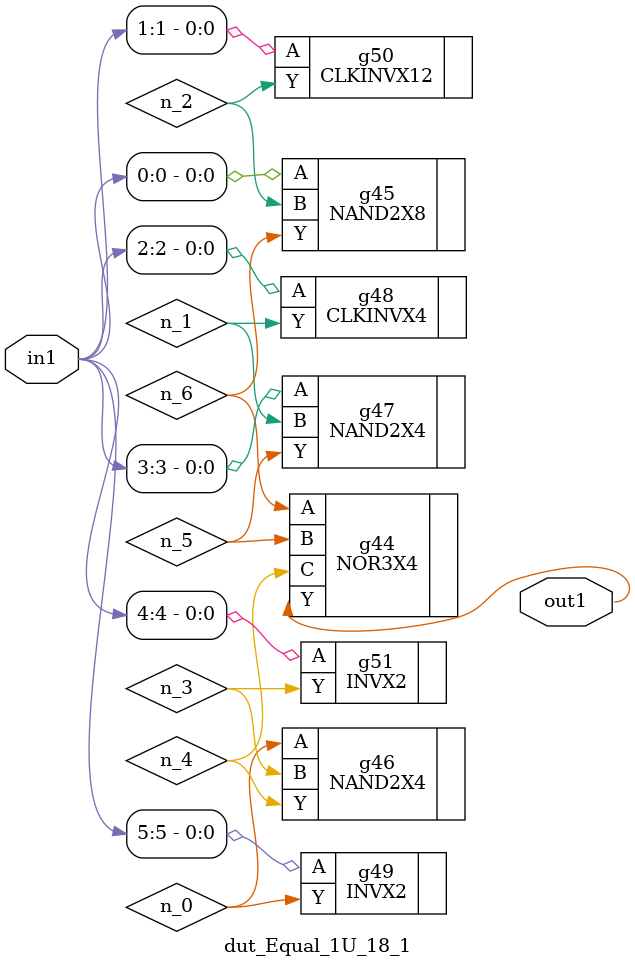
<source format=v>
`timescale 1ps / 1ps


module dut_Equal_1U_18_1(in1, out1);
  input [5:0] in1;
  output out1;
  wire [5:0] in1;
  wire out1;
  wire n_0, n_1, n_2, n_3, n_4, n_5, n_6;
  NOR3X4 g44(.A (n_6), .B (n_5), .C (n_4), .Y (out1));
  NAND2X8 g45(.A (in1[0]), .B (n_2), .Y (n_6));
  NAND2X4 g47(.A (in1[3]), .B (n_1), .Y (n_5));
  NAND2X4 g46(.A (n_0), .B (n_3), .Y (n_4));
  INVX2 g51(.A (in1[4]), .Y (n_3));
  CLKINVX12 g50(.A (in1[1]), .Y (n_2));
  CLKINVX4 g48(.A (in1[2]), .Y (n_1));
  INVX2 g49(.A (in1[5]), .Y (n_0));
endmodule



</source>
